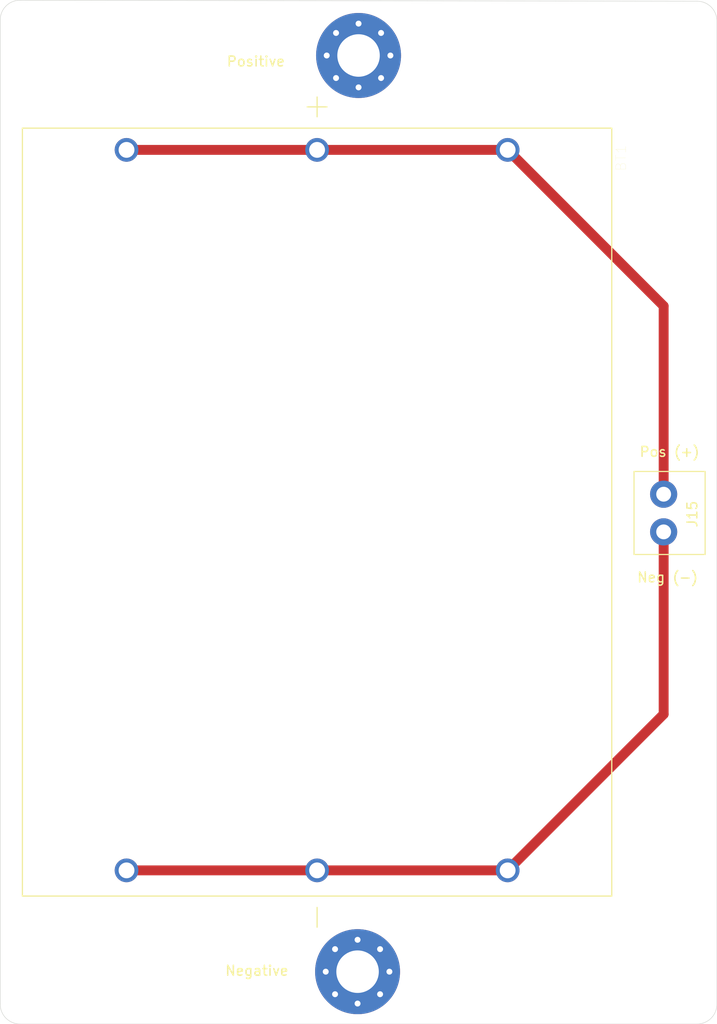
<source format=kicad_pcb>
(kicad_pcb (version 20171130) (host pcbnew "(5.1.9-0-10_14)")

  (general
    (thickness 1.6)
    (drawings 12)
    (tracks 6)
    (zones 0)
    (modules 4)
    (nets 3)
  )

  (page A4)
  (layers
    (0 F.Cu signal)
    (31 B.Cu signal)
    (32 B.Adhes user)
    (33 F.Adhes user)
    (34 B.Paste user)
    (35 F.Paste user)
    (36 B.SilkS user)
    (37 F.SilkS user)
    (38 B.Mask user)
    (39 F.Mask user)
    (40 Dwgs.User user)
    (41 Cmts.User user)
    (42 Eco1.User user)
    (43 Eco2.User user)
    (44 Edge.Cuts user)
    (45 Margin user)
    (46 B.CrtYd user)
    (47 F.CrtYd user)
    (48 B.Fab user)
    (49 F.Fab user hide)
  )

  (setup
    (last_trace_width 0.25)
    (user_trace_width 0.6)
    (user_trace_width 1)
    (trace_clearance 0.2)
    (zone_clearance 0.508)
    (zone_45_only no)
    (trace_min 0.2)
    (via_size 0.8)
    (via_drill 0.4)
    (via_min_size 0.4)
    (via_min_drill 0.3)
    (uvia_size 0.3)
    (uvia_drill 0.1)
    (uvias_allowed no)
    (uvia_min_size 0.2)
    (uvia_min_drill 0.1)
    (edge_width 0.05)
    (segment_width 0.2)
    (pcb_text_width 0.3)
    (pcb_text_size 1.5 1.5)
    (mod_edge_width 0.12)
    (mod_text_size 1 1)
    (mod_text_width 0.15)
    (pad_size 8.6 8.6)
    (pad_drill 4.3)
    (pad_to_mask_clearance 0)
    (aux_axis_origin 0 0)
    (visible_elements FFFFFF7F)
    (pcbplotparams
      (layerselection 0x010fc_ffffffff)
      (usegerberextensions false)
      (usegerberattributes true)
      (usegerberadvancedattributes true)
      (creategerberjobfile true)
      (excludeedgelayer true)
      (linewidth 0.100000)
      (plotframeref false)
      (viasonmask false)
      (mode 1)
      (useauxorigin false)
      (hpglpennumber 1)
      (hpglpenspeed 20)
      (hpglpendiameter 15.000000)
      (psnegative false)
      (psa4output false)
      (plotreference true)
      (plotvalue true)
      (plotinvisibletext false)
      (padsonsilk false)
      (subtractmaskfromsilk false)
      (outputformat 1)
      (mirror false)
      (drillshape 0)
      (scaleselection 1)
      (outputdirectory "BatteryHolderGerber/"))
  )

  (net 0 "")
  (net 1 "Net-(BT1-Pad1+)")
  (net 2 "Net-(BT1-Pad1)")

  (net_class Default "This is the default net class."
    (clearance 0.2)
    (trace_width 0.25)
    (via_dia 0.8)
    (via_drill 0.4)
    (uvia_dia 0.3)
    (uvia_drill 0.1)
    (add_net "Net-(BT1-Pad1)")
    (add_net "Net-(BT1-Pad1+)")
  )

  (module MountingHole:MountingHole_4.3mm_M4_Pad_Via (layer F.Cu) (tedit 56DDBFD7) (tstamp 611F8594)
    (at 149.146 140.35 90)
    (descr "Mounting Hole 4.3mm, M4")
    (tags "mounting hole 4.3mm m4")
    (attr virtual)
    (fp_text reference REF** (at 0 -5.3 90) (layer F.SilkS) hide
      (effects (font (size 1 1) (thickness 0.15)))
    )
    (fp_text value MountingHole_4.3mm_M4_Pad_Via (at 0 5.3 90) (layer F.Fab) hide
      (effects (font (size 1 1) (thickness 0.15)))
    )
    (fp_circle (center 0 0) (end 4.3 0) (layer Cmts.User) (width 0.15))
    (fp_circle (center 0 0) (end 4.55 0) (layer F.CrtYd) (width 0.05))
    (fp_text user %R (at 0.3 0 90) (layer F.Fab)
      (effects (font (size 1 1) (thickness 0.15)))
    )
    (pad 1 thru_hole circle (at 2.280419 -2.280419 90) (size 0.9 0.9) (drill 0.6) (layers *.Cu *.Mask))
    (pad 1 thru_hole circle (at 0 -3.225 90) (size 0.9 0.9) (drill 0.6) (layers *.Cu *.Mask))
    (pad 1 thru_hole circle (at -2.280419 -2.280419 90) (size 0.9 0.9) (drill 0.6) (layers *.Cu *.Mask))
    (pad 1 thru_hole circle (at -3.225 0 90) (size 0.9 0.9) (drill 0.6) (layers *.Cu *.Mask))
    (pad 1 thru_hole circle (at -2.280419 2.280419 90) (size 0.9 0.9) (drill 0.6) (layers *.Cu *.Mask))
    (pad 1 thru_hole circle (at 0 3.225 90) (size 0.9 0.9) (drill 0.6) (layers *.Cu *.Mask))
    (pad 1 thru_hole circle (at 2.280419 2.280419 90) (size 0.9 0.9) (drill 0.6) (layers *.Cu *.Mask))
    (pad 1 thru_hole circle (at 3.225 0 90) (size 0.9 0.9) (drill 0.6) (layers *.Cu *.Mask))
    (pad 1 thru_hole circle (at 0 0 90) (size 8.6 8.6) (drill 4.3) (layers *.Cu *.Mask))
  )

  (module MountingHole:MountingHole_4.3mm_M4_Pad_Via (layer F.Cu) (tedit 56DDBFD7) (tstamp 611F8594)
    (at 149.246 47.65 90)
    (descr "Mounting Hole 4.3mm, M4")
    (tags "mounting hole 4.3mm m4")
    (attr virtual)
    (fp_text reference REF** (at 0 -5.3 90) (layer F.SilkS) hide
      (effects (font (size 1 1) (thickness 0.15)))
    )
    (fp_text value MountingHole_4.3mm_M4_Pad_Via (at 0 5.3 90) (layer F.Fab) hide
      (effects (font (size 1 1) (thickness 0.15)))
    )
    (fp_circle (center 0 0) (end 4.3 0) (layer Cmts.User) (width 0.15))
    (fp_circle (center 0 0) (end 4.55 0) (layer F.CrtYd) (width 0.05))
    (fp_text user %R (at 0.3 0 90) (layer F.Fab)
      (effects (font (size 1 1) (thickness 0.15)))
    )
    (pad 1 thru_hole circle (at 2.280419 -2.280419 90) (size 0.9 0.9) (drill 0.6) (layers *.Cu *.Mask))
    (pad 1 thru_hole circle (at 0 -3.225 90) (size 0.9 0.9) (drill 0.6) (layers *.Cu *.Mask))
    (pad 1 thru_hole circle (at -2.280419 -2.280419 90) (size 0.9 0.9) (drill 0.6) (layers *.Cu *.Mask))
    (pad 1 thru_hole circle (at -3.225 0 90) (size 0.9 0.9) (drill 0.6) (layers *.Cu *.Mask))
    (pad 1 thru_hole circle (at -2.280419 2.280419 90) (size 0.9 0.9) (drill 0.6) (layers *.Cu *.Mask))
    (pad 1 thru_hole circle (at 0 3.225 90) (size 0.9 0.9) (drill 0.6) (layers *.Cu *.Mask))
    (pad 1 thru_hole circle (at 2.280419 2.280419 90) (size 0.9 0.9) (drill 0.6) (layers *.Cu *.Mask))
    (pad 1 thru_hole circle (at 3.225 0 90) (size 0.9 0.9) (drill 0.6) (layers *.Cu *.Mask))
    (pad 1 thru_hole circle (at 0 0 90) (size 8.6 8.6) (drill 4.3) (layers *.Cu *.Mask))
  )

  (module TerminalBlock:102-6492-ND‎ (layer F.Cu) (tedit 6119E1B4) (tstamp 611BFC3F)
    (at 184.346 89.74 270)
    (path /631AD2C1)
    (fp_text reference J15 (at 4.31 1.3 90) (layer F.SilkS)
      (effects (font (size 1 1) (thickness 0.15)))
    )
    (fp_text value Bat_Conn (at 0 -0.5 90) (layer F.Fab)
      (effects (font (size 1 1) (thickness 0.15)))
    )
    (fp_line (start 0 7.2) (end 0 0) (layer F.SilkS) (width 0.12))
    (fp_line (start 8.4 7.2) (end 0 7.2) (layer F.SilkS) (width 0.12))
    (fp_line (start 8.4 0) (end 8.4 7.2) (layer F.SilkS) (width 0.12))
    (fp_line (start 0 0) (end 8.4 0) (layer F.SilkS) (width 0.12))
    (pad 2 thru_hole circle (at 6.11 4.2 270) (size 2.75 2.75) (drill 1.5) (layers *.Cu *.Mask)
      (net 2 "Net-(BT1-Pad1)"))
    (pad 1 thru_hole circle (at 2.3 4.2 270) (size 2.75 2.75) (drill 1.5) (layers *.Cu *.Mask)
      (net 1 "Net-(BT1-Pad1+)"))
  )

  (module BK-18650-PC6:BAT_BK-18650-PC6 (layer F.Cu) (tedit 60824938) (tstamp 611A8E9A)
    (at 145.046 93.85 270)
    (path /6123F612)
    (fp_text reference BT1 (at -35.825 -30.785 90) (layer F.SilkS)
      (effects (font (size 1 1) (thickness 0.015)))
    )
    (fp_text value BK-18650-PC6 (at -28.84 30.865 90) (layer F.Fab)
      (effects (font (size 1 1) (thickness 0.015)))
    )
    (fp_line (start 40 0) (end 42 0) (layer F.Fab) (width 0.127))
    (fp_line (start -42 0) (end -40 0) (layer F.Fab) (width 0.127))
    (fp_line (start -41 -1) (end -41 1) (layer F.Fab) (width 0.127))
    (fp_line (start -38.85 29.845) (end -38.85 -29.845) (layer F.Fab) (width 0.127))
    (fp_line (start 38.85 29.845) (end -38.85 29.845) (layer F.Fab) (width 0.127))
    (fp_line (start 38.85 -29.845) (end 38.85 29.845) (layer F.Fab) (width 0.127))
    (fp_line (start -38.85 -29.845) (end 38.85 -29.845) (layer F.Fab) (width 0.127))
    (fp_line (start 40 0) (end 42 0) (layer F.SilkS) (width 0.127))
    (fp_line (start -42 0) (end -40 0) (layer F.SilkS) (width 0.127))
    (fp_line (start -41 -1) (end -41 1) (layer F.SilkS) (width 0.127))
    (fp_line (start -39.1 30.095) (end -39.1 -30.095) (layer F.CrtYd) (width 0.05))
    (fp_line (start 39.1 30.095) (end -39.1 30.095) (layer F.CrtYd) (width 0.05))
    (fp_line (start 39.1 -30.095) (end 39.1 30.095) (layer F.CrtYd) (width 0.05))
    (fp_line (start -39.1 -30.095) (end 39.1 -30.095) (layer F.CrtYd) (width 0.05))
    (fp_line (start -38.85 29.845) (end -38.85 -29.845) (layer F.SilkS) (width 0.127))
    (fp_line (start 38.85 29.845) (end -38.85 29.845) (layer F.SilkS) (width 0.127))
    (fp_line (start 38.85 -29.845) (end 38.85 29.845) (layer F.SilkS) (width 0.127))
    (fp_line (start -38.85 -29.845) (end 38.85 -29.845) (layer F.SilkS) (width 0.127))
    (pad None np_thru_hole circle (at 27.805 19.3 270) (size 3.2 3.2) (drill 3.2) (layers *.Cu *.Mask))
    (pad None np_thru_hole circle (at 27.805 -19.3 270) (size 3.2 3.2) (drill 3.2) (layers *.Cu *.Mask))
    (pad None np_thru_hole circle (at 27.805 0 270) (size 3.2 3.2) (drill 3.2) (layers *.Cu *.Mask))
    (pad None np_thru_hole circle (at -27.805 19.3 270) (size 3.2 3.2) (drill 3.2) (layers *.Cu *.Mask))
    (pad None np_thru_hole circle (at -27.805 -19.3 270) (size 3.2 3.2) (drill 3.2) (layers *.Cu *.Mask))
    (pad None np_thru_hole circle (at -27.805 0 270) (size 3.2 3.2) (drill 3.2) (layers *.Cu *.Mask))
    (pad 3 thru_hole circle (at 36.25 19.3 270) (size 2.4 2.4) (drill 1.6) (layers *.Cu *.Mask)
      (net 2 "Net-(BT1-Pad1)"))
    (pad 3+ thru_hole circle (at -36.65 19.3 270) (size 2.4 2.4) (drill 1.6) (layers *.Cu *.Mask)
      (net 1 "Net-(BT1-Pad1+)"))
    (pad 2+ thru_hole circle (at -36.65 0 270) (size 2.4 2.4) (drill 1.6) (layers *.Cu *.Mask)
      (net 1 "Net-(BT1-Pad1+)"))
    (pad 2 thru_hole circle (at 36.25 0 270) (size 2.4 2.4) (drill 1.6) (layers *.Cu *.Mask)
      (net 2 "Net-(BT1-Pad1)"))
    (pad 1 thru_hole circle (at 36.25 -19.3 270) (size 2.4 2.4) (drill 1.6) (layers *.Cu *.Mask)
      (net 2 "Net-(BT1-Pad1)"))
    (pad 1+ thru_hole circle (at -36.65 -19.3 270) (size 2.4 2.4) (drill 1.6) (layers *.Cu *.Mask)
      (net 1 "Net-(BT1-Pad1+)"))
  )

  (gr_text "Pos (+)" (at 180.746 87.75) (layer F.SilkS) (tstamp 611F8F89)
    (effects (font (size 1 1) (thickness 0.15)))
  )
  (gr_text "Neg (-)" (at 180.546 100.45) (layer F.SilkS) (tstamp 611F8F89)
    (effects (font (size 1 1) (thickness 0.15)))
  )
  (gr_text Positive (at 138.846 48.25) (layer F.SilkS) (tstamp 611F8F89)
    (effects (font (size 1 1) (thickness 0.15)))
  )
  (gr_text Negative (at 138.946 140.25) (layer F.SilkS) (tstamp 611F8F89)
    (effects (font (size 1 1) (thickness 0.15)))
  )
  (gr_arc (start 114.946 44.05) (end 114.946 42.06) (angle -90) (layer Edge.Cuts) (width 0.05) (tstamp 611F869E))
  (gr_arc (start 183.546 44.15) (end 185.536 44.15) (angle -90) (layer Edge.Cuts) (width 0.05) (tstamp 611F869E))
  (gr_arc (start 183.546 143.65) (end 183.546 145.64) (angle -90) (layer Edge.Cuts) (width 0.05) (tstamp 611F869E))
  (gr_arc (start 114.946 143.65) (end 112.956 143.65) (angle -90) (layer Edge.Cuts) (width 0.05) (tstamp 611F869E))
  (gr_line (start 112.956 143.65) (end 112.956 44.05) (layer Edge.Cuts) (width 0.05))
  (gr_line (start 183.546 145.64) (end 114.946 145.64) (layer Edge.Cuts) (width 0.05))
  (gr_line (start 185.536 44.15) (end 185.536 143.65) (layer Edge.Cuts) (width 0.05))
  (gr_line (start 114.946 42.06) (end 183.546 42.16) (layer Edge.Cuts) (width 0.05))

  (segment (start 125.746 57.2) (end 164.346 57.2) (width 1) (layer F.Cu) (net 1))
  (segment (start 180.146 73) (end 164.346 57.2) (width 1) (layer F.Cu) (net 1))
  (segment (start 180.146 92.04) (end 180.146 73) (width 1) (layer F.Cu) (net 1))
  (segment (start 125.746 130.1) (end 164.346 130.1) (width 1) (layer F.Cu) (net 2))
  (segment (start 180.146 114.3) (end 180.146 95.85) (width 1) (layer F.Cu) (net 2))
  (segment (start 164.346 130.1) (end 180.146 114.3) (width 1) (layer F.Cu) (net 2))

)

</source>
